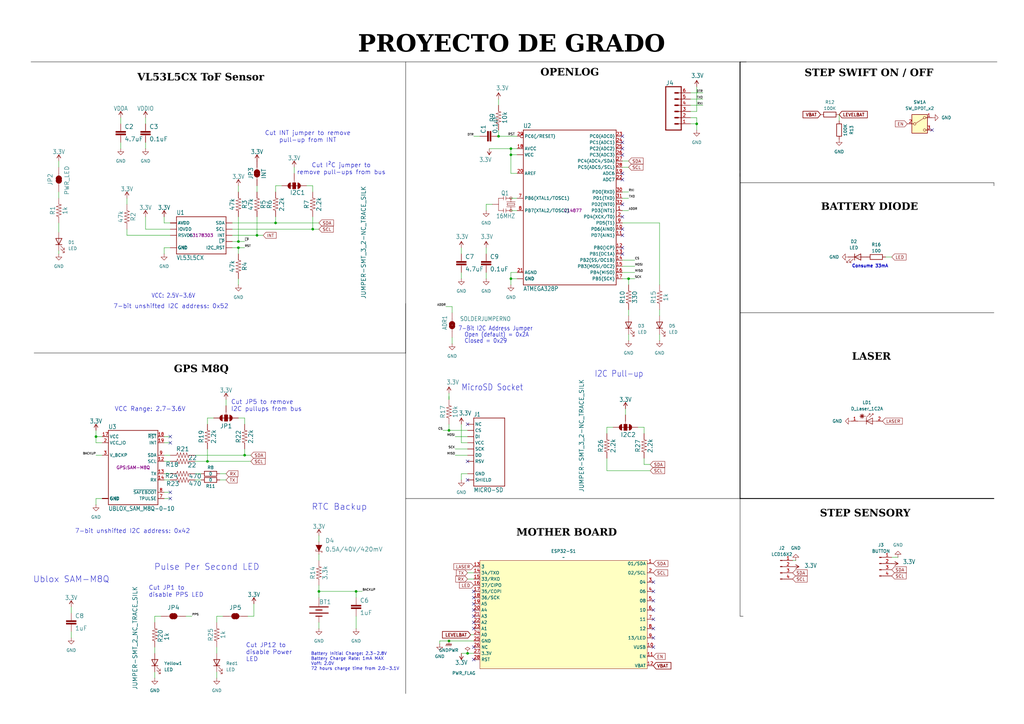
<source format=kicad_sch>
(kicad_sch (version 20231120) (generator "eeschema") (generator_version "8.0")
  (paper "A3")
  (junction (at 209.55 60.96))
  (junction (at 191.77 267.97))
  (junction (at 113.03 91.44))
  (junction (at 105.41 96.52))
  (junction (at 39.37 179.07))
  (junction (at 209.55 63.5))
  (junction (at 85.09 189.23))
  (junction (at 184.15 176.53))
  (junction (at 128.27 93.98))
  (junction (at 257.81 114.3))
  (junction (at 130.81 242.57))
  (junction (at 209.55 114.3))
  (junction (at 285.75 50.8))
  (junction (at 184.15 262.89))
  (junction (at 97.79 99.06))
  (junction (at 100.33 186.69))
  (junction (at 97.79 101.6))
  (junction (at 204.47 55.88))
  (junction (at 146.05 242.57))
  (no_connect (at 191.77 189.23))
  (no_connect (at 255.27 88.9))
  (no_connect (at 69.85 181.61))
  (no_connect (at 194.31 245.11))
  (no_connect (at 191.77 173.99))
  (no_connect (at 255.27 96.52))
  (no_connect (at 382.27 53.34))
  (no_connect (at 194.31 250.19))
  (no_connect (at 267.97 261.62))
  (no_connect (at 255.27 104.14))
  (no_connect (at 267.97 242.57))
  (no_connect (at 267.97 254))
  (no_connect (at 267.97 265.43))
  (no_connect (at 194.31 255.27))
  (no_connect (at 255.27 55.88))
  (no_connect (at 267.97 238.76))
  (no_connect (at 194.31 247.65))
  (no_connect (at 255.27 73.66))
  (no_connect (at 194.31 265.43))
  (no_connect (at 255.27 83.82))
  (no_connect (at 255.27 71.12))
  (no_connect (at 255.27 93.98))
  (no_connect (at 255.27 60.96))
  (no_connect (at 194.31 270.51))
  (no_connect (at 69.85 204.47))
  (no_connect (at 194.31 242.57))
  (no_connect (at 69.85 179.07))
  (no_connect (at 255.27 101.6))
  (no_connect (at 267.97 250.19))
  (no_connect (at 191.77 196.85))
  (no_connect (at 194.31 257.81))
  (no_connect (at 255.27 63.5))
  (no_connect (at 69.85 201.93))
  (no_connect (at 267.97 246.38))
  (no_connect (at 255.27 58.42))
  (no_connect (at 194.31 252.73))
  (no_connect (at 267.97 257.81))
  (wire (pts (xy 283.21 48.26) (xy 285.75 48.26)) (stroke (width 0.1524)))
  (polyline (pts (xy 303.53 252.73) (xy 304.8 252.73)) (stroke (width 0) (type solid) (color 0 0 0 1)))
  (wire (pts (xy 128.27 78.74) (xy 128.27 76.2)) (stroke (width 0.1524)))
  (wire (pts (xy 212.09 114.3) (xy 209.55 114.3)) (stroke (width 0.1524)))
  (polyline (pts (xy 12.7 25.4) (xy 408.94 25.4)) (stroke (width 0) (type solid) (color 0 0 0 1)))
  (wire (pts (xy 191.77 267.97) (xy 194.31 267.97)))
  (wire (pts (xy 41.91 181.61) (xy 39.37 181.61)) (stroke (width 0.1524)))
  (wire (pts (xy 69.85 186.69) (xy 67.31 186.69)) (stroke (width 0.1524)))
  (wire (pts (xy 24.13 66.04) (xy 24.13 68.58)) (stroke (width 0.1524)))
  (wire (pts (xy 49.53 48.26) (xy 49.53 50.8)) (stroke (width 0.1524)))
  (wire (pts (xy 59.69 58.42) (xy 59.69 60.96)))
  (wire (pts (xy 283.21 43.18) (xy 288.29 43.18)) (stroke (width 0.1524)))
  (wire (pts (xy 97.79 99.06) (xy 100.33 99.06)) (stroke (width 0.1524)))
  (wire (pts (xy 95.25 96.52) (xy 105.41 96.52)) (stroke (width 0.1524)))
  (polyline (pts (xy 303.53 25.4) (xy 303.53 204.47)) (stroke (width 0) (type solid) (color 0 0 0 1)))
  (wire (pts (xy 29.21 261.62) (xy 29.21 259.08)) (stroke (width 0.1524)))
  (wire (pts (xy 24.13 78.74) (xy 24.13 81.28)) (stroke (width 0.1524)))
  (wire (pts (xy 270.51 137.16) (xy 270.51 139.7)) (stroke (width 0.1524)))
  (polyline (pts (xy 303.53 204.47) (xy 407.67 204.47)) (stroke (width 0) (type solid) (color 0 0 0 1)))
  (wire (pts (xy 208.28 55.88) (xy 204.47 55.88)) (stroke (width 0.1524)))
  (polyline (pts (xy 303.53 204.47) (xy 303.53 252.73)) (stroke (width 0) (type solid) (color 0 0 0 1)))
  (wire (pts (xy 67.31 196.85) (xy 69.85 196.85)) (stroke (width 0.1524)))
  (wire (pts (xy 255.27 81.28) (xy 257.81 81.28)) (stroke (width 0.1524)))
  (wire (pts (xy 191.77 186.69) (xy 186.69 186.69)) (stroke (width 0.1524)))
  (wire (pts (xy 52.07 81.28) (xy 52.07 83.82)) (stroke (width 0.1524)))
  (wire (pts (xy 191.77 181.61) (xy 189.23 181.61)) (stroke (width 0.1524)))
  (wire (pts (xy 67.31 194.31) (xy 69.85 194.31)) (stroke (width 0.1524)))
  (wire (pts (xy 204.47 40.64) (xy 204.47 43.18)) (stroke (width 0.1524)))
  (wire (pts (xy 69.85 96.52) (xy 52.07 96.52)) (stroke (width 0.1524)))
  (wire (pts (xy 264.16 190.5) (xy 264.16 187.96)) (stroke (width 0.1524)))
  (wire (pts (xy 212.09 111.76) (xy 209.55 111.76)) (stroke (width 0.1524)))
  (wire (pts (xy 200.66 60.96) (xy 209.55 60.96)) (stroke (width 0.1524)))
  (wire (pts (xy 130.81 255.27) (xy 130.81 257.81)) (stroke (width 0.1524)))
  (wire (pts (xy 130.81 242.57) (xy 130.81 245.11)) (stroke (width 0.1524)))
  (polyline (pts (xy 166.37 144.78) (xy 166.37 284.48)) (stroke (width 0) (type solid) (color 0 0 0 1)))
  (wire (pts (xy 257.81 114.3) (xy 260.35 114.3)) (stroke (width 0.1524)))
  (wire (pts (xy 95.25 91.44) (xy 113.03 91.44)) (stroke (width 0.1524)))
  (wire (pts (xy 105.41 96.52) (xy 107.95 96.52)) (stroke (width 0.1524)))
  (wire (pts (xy 212.09 71.12) (xy 209.55 71.12)) (stroke (width 0.1524)))
  (wire (pts (xy 285.75 45.72) (xy 285.75 35.56)) (stroke (width 0.1524)))
  (wire (pts (xy 255.27 109.22) (xy 260.35 109.22)) (stroke (width 0.1524)))
  (wire (pts (xy 66.04 252.73) (xy 63.5 252.73)) (stroke (width 0.1524)))
  (wire (pts (xy 255.27 78.74) (xy 257.81 78.74)) (stroke (width 0.1524)))
  (wire (pts (xy 264.16 190.5) (xy 266.7 190.5)) (stroke (width 0.1524)))
  (wire (pts (xy 248.92 175.26) (xy 251.46 175.26)) (stroke (width 0.1524)))
  (wire (pts (xy 39.37 181.61) (xy 39.37 179.07)) (stroke (width 0.1524)))
  (wire (pts (xy 209.55 114.3) (xy 209.55 111.76)) (stroke (width 0.1524)))
  (wire (pts (xy 39.37 179.07) (xy 41.91 179.07)) (stroke (width 0.1524)))
  (wire (pts (xy 85.09 189.23) (xy 102.87 189.23)) (stroke (width 0.1524)))
  (wire (pts (xy 212.09 63.5) (xy 209.55 63.5)) (stroke (width 0.1524)))
  (wire (pts (xy 189.23 114.3) (xy 189.23 111.76)) (stroke (width 0.1524)))
  (wire (pts (xy 97.79 76.2) (xy 97.79 78.74)) (stroke (width 0.1524)))
  (wire (pts (xy 67.31 204.47) (xy 69.85 204.47)) (stroke (width 0.1524)))
  (wire (pts (xy 69.85 91.44) (xy 67.31 91.44)) (stroke (width 0.1524)))
  (wire (pts (xy 80.01 196.85) (xy 82.55 196.85)) (stroke (width 0.1524)))
  (wire (pts (xy 100.33 186.69) (xy 102.87 186.69)) (stroke (width 0.1524)))
  (wire (pts (xy 105.41 76.2) (xy 105.41 78.74)) (stroke (width 0.1524)))
  (wire (pts (xy 255.27 86.36) (xy 257.81 86.36)) (stroke (width 0.1524)))
  (wire (pts (xy 128.27 93.98) (xy 130.81 93.98)) (stroke (width 0.1524)))
  (polyline (pts (xy 303.53 204.47) (xy 407.67 204.47)) (stroke (width 0) (type solid) (color 0 0 0 1)))
  (wire (pts (xy 204.47 53.34) (xy 204.47 55.88)) (stroke (width 0.1524)))
  (wire (pts (xy 255.27 114.3) (xy 257.81 114.3)) (stroke (width 0.1524)))
  (wire (pts (xy 95.25 93.98) (xy 128.27 93.98)) (stroke (width 0.1524)))
  (wire (pts (xy 184.15 173.99) (xy 184.15 176.53)) (stroke (width 0.1524)))
  (wire (pts (xy 199.39 101.6) (xy 199.39 104.14)) (stroke (width 0.1524)))
  (wire (pts (xy 92.71 163.83) (xy 92.71 166.37)) (stroke (width 0.1524)))
  (wire (pts (xy 113.03 91.44) (xy 113.03 88.9)) (stroke (width 0.1524)))
  (wire (pts (xy 80.01 194.31) (xy 82.55 194.31)) (stroke (width 0.1524)))
  (wire (pts (xy 52.07 96.52) (xy 52.07 93.98)) (stroke (width 0.1524)))
  (wire (pts (xy 95.25 101.6) (xy 97.79 101.6)) (stroke (width 0.1524)))
  (wire (pts (xy 191.77 194.31) (xy 189.23 194.31)) (stroke (width 0.1524)))
  (wire (pts (xy 344.17 46.99) (xy 344.17 49.53)))
  (wire (pts (xy 130.81 240.03) (xy 130.81 242.57)) (stroke (width 0.1524)))
  (wire (pts (xy 209.55 71.12) (xy 209.55 63.5)) (stroke (width 0.1524)))
  (wire (pts (xy 113.03 91.44) (xy 130.81 91.44)) (stroke (width 0.1524)))
  (wire (pts (xy 76.2 252.73) (xy 78.74 252.73)) (stroke (width 0.1524)))
  (wire (pts (xy 41.91 204.47) (xy 39.37 204.47)) (stroke (width 0.1524)))
  (wire (pts (xy 185.42 140.97) (xy 185.42 138.43)) (stroke (width 0.1524)))
  (wire (pts (xy 184.15 176.53) (xy 181.61 176.53)) (stroke (width 0.1524)))
  (wire (pts (xy 208.28 55.88) (xy 212.09 55.88)))
  (wire (pts (xy 67.31 179.07) (xy 69.85 179.07)) (stroke (width 0.1524)))
  (wire (pts (xy 59.69 93.98) (xy 59.69 88.9)) (stroke (width 0.1524)))
  (wire (pts (xy 41.91 186.69) (xy 39.37 186.69)) (stroke (width 0.1524)))
  (wire (pts (xy 255.27 66.04) (xy 257.81 66.04)) (stroke (width 0.1524)))
  (wire (pts (xy 182.88 125.73) (xy 185.42 125.73)) (stroke (width 0.1524)))
  (wire (pts (xy 285.75 48.26) (xy 285.75 50.8)) (stroke (width 0.1524)))
  (wire (pts (xy 39.37 176.53) (xy 39.37 179.07)) (stroke (width 0.1524)))
  (wire (pts (xy 97.79 101.6) (xy 100.33 101.6)) (stroke (width 0.1524)))
  (wire (pts (xy 257.81 127) (xy 257.81 129.54)) (stroke (width 0.1524)))
  (polyline (pts (xy 303.53 128.27) (xy 407.67 128.27)) (stroke (width 0) (type solid) (color 0 0 0 1)))
  (wire (pts (xy 105.41 88.9) (xy 105.41 96.52)) (stroke (width 0.1524)))
  (wire (pts (xy 59.69 50.8) (xy 59.69 48.26)) (stroke (width 0.1524)))
  (wire (pts (xy 209.55 81.28) (xy 212.09 81.28)) (stroke (width 0.1524)))
  (wire (pts (xy 113.03 78.74) (xy 113.03 76.2)) (stroke (width 0.1524)))
  (wire (pts (xy 80.01 186.69) (xy 100.33 186.69)) (stroke (width 0.1524)))
  (polyline (pts (xy 303.53 25.4) (xy 303.53 204.47)) (stroke (width 0) (type solid) (color 0 0 0 1)))
  (wire (pts (xy 49.53 60.96) (xy 49.53 58.42)) (stroke (width 0.1524)))
  (wire (pts (xy 104.14 252.73) (xy 104.14 247.65)) (stroke (width 0.1524)))
  (wire (pts (xy 88.9 267.97) (xy 88.9 265.43)) (stroke (width 0.1524)))
  (wire (pts (xy 85.09 184.15) (xy 85.09 189.23)) (stroke (width 0.1524)))
  (wire (pts (xy 63.5 265.43) (xy 63.5 267.97)))
  (wire (pts (xy 199.39 83.82) (xy 201.93 83.82)) (stroke (width 0.1524)))
  (wire (pts (xy 184.15 161.29) (xy 184.15 163.83)) (stroke (width 0.1524)))
  (wire (pts (xy 264.16 175.26) (xy 261.62 175.26)) (stroke (width 0.1524)))
  (wire (pts (xy 255.27 106.68) (xy 260.35 106.68)) (stroke (width 0.1524)))
  (wire (pts (xy 191.77 176.53) (xy 184.15 176.53)) (stroke (width 0.1524)))
  (wire (pts (xy 29.21 248.92) (xy 29.21 251.46)) (stroke (width 0.1524)))
  (wire (pts (xy 146.05 252.73) (xy 146.05 257.81)) (stroke (width 0.1524)))
  (wire (pts (xy 90.17 196.85) (xy 92.71 196.85)))
  (wire (pts (xy 283.21 50.8) (xy 285.75 50.8)) (stroke (width 0.1524)))
  (wire (pts (xy 97.79 88.9) (xy 97.79 99.06)) (stroke (width 0.1524)))
  (wire (pts (xy 120.65 68.58) (xy 120.65 71.12)) (stroke (width 0.1524)))
  (wire (pts (xy 189.23 267.97) (xy 191.77 267.97)))
  (wire (pts (xy 100.33 184.15) (xy 100.33 186.69)) (stroke (width 0.1524)))
  (wire (pts (xy 270.51 91.44) (xy 270.51 116.84)) (stroke (width 0.1524)))
  (wire (pts (xy 255.27 111.76) (xy 260.35 111.76)) (stroke (width 0.1524)))
  (wire (pts (xy 194.31 234.95) (xy 191.77 234.95)))
  (wire (pts (xy 184.15 163.83) (xy 184.15 162.56)))
  (wire (pts (xy 257.81 114.3) (xy 257.81 116.84)) (stroke (width 0.1524)))
  (wire (pts (xy 67.31 201.93) (xy 69.85 201.93)) (stroke (width 0.1524)))
  (wire (pts (xy 248.92 193.04) (xy 248.92 187.96)) (stroke (width 0.1524)))
  (polyline (pts (xy 303.53 74.93) (xy 407.67 74.93)) (stroke (width 0) (type solid) (color 0 0 0 1)))
  (wire (pts (xy 39.37 204.47) (xy 39.37 207.01)) (stroke (width 0.1524)))
  (wire (pts (xy 212.09 60.96) (xy 209.55 60.96)) (stroke (width 0.1524)))
  (wire (pts (xy 67.31 88.9) (xy 67.31 91.44)) (stroke (width 0.1524)))
  (wire (pts (xy 180.34 264.16) (xy 180.34 262.89)))
  (wire (pts (xy 63.5 252.73) (xy 63.5 255.27)) (stroke (width 0.1524)))
  (wire (pts (xy 95.25 99.06) (xy 97.79 99.06)) (stroke (width 0.1524)))
  (wire (pts (xy 184.15 262.89) (xy 194.31 262.89)))
  (wire (pts (xy 196.85 55.88) (xy 194.31 55.88)) (stroke (width 0.1524)))
  (polyline (pts (xy 303.53 25.4) (xy 303.53 204.47)) (stroke (width 0) (type solid) (color 0 0 0 1)))
  (wire (pts (xy 257.81 139.7) (xy 257.81 137.16)) (stroke (width 0.1524)))
  (wire (pts (xy 283.21 45.72) (xy 285.75 45.72)) (stroke (width 0.1524)))
  (wire (pts (xy 368.3 228.6) (xy 365.76 228.6)))
  (wire (pts (xy 285.75 50.8) (xy 285.75 53.34)) (stroke (width 0.1524)))
  (polyline (pts (xy 303.53 204.47) (xy 407.67 204.47)) (stroke (width 0) (type solid) (color 0 0 0 1)))
  (wire (pts (xy 88.9 255.27) (xy 88.9 252.73)) (stroke (width 0.1524)))
  (wire (pts (xy 189.23 181.61) (xy 189.23 173.99)) (stroke (width 0.1524)))
  (wire (pts (xy 63.5 275.59) (xy 63.5 278.13)))
  (wire (pts (xy 128.27 93.98) (xy 128.27 88.9)) (stroke (width 0.1524)))
  (wire (pts (xy 193.04 260.35) (xy 194.31 260.35)))
  (wire (pts (xy 256.54 167.64) (xy 256.54 170.18)) (stroke (width 0.1524)))
  (wire (pts (xy 185.42 128.27) (xy 185.42 125.73)) (stroke (width 0.1524)))
  (wire (pts (xy 283.21 38.1) (xy 288.29 38.1)) (stroke (width 0.1524)))
  (wire (pts (xy 194.31 237.49) (xy 191.77 237.49)))
  (wire (pts (xy 146.05 242.57) (xy 146.05 245.11)) (stroke (width 0.1524)))
  (wire (pts (xy 199.39 86.36) (xy 199.39 83.82)) (stroke (width 0.1524)))
  (wire (pts (xy 264.16 177.8) (xy 264.16 175.26)) (stroke (width 0.1524)))
  (polyline (pts (xy 13.97 144.78) (xy 166.37 144.78)) (stroke (width 0) (type solid) (color 0 0 0 1)))
  (wire (pts (xy 270.51 129.54) (xy 270.51 127)) (stroke (width 0.1524)))
  (wire (pts (xy 130.81 219.71) (xy 130.81 222.25)) (stroke (width 0.1524)))
  (wire (pts (xy 146.05 242.57) (xy 148.59 242.57)) (stroke (width 0.1524)))
  (wire (pts (xy 90.17 194.31) (xy 92.71 194.31)))
  (wire (pts (xy 363.22 105.41) (xy 365.76 105.41)))
  (polyline (pts (xy 166.37 25.4) (xy 166.37 144.78)) (stroke (width 0) (type solid) (color 0 0 0 1)))
  (wire (pts (xy 146.05 242.57) (xy 130.81 242.57)) (stroke (width 0.1524)))
  (wire (pts (xy 100.33 173.99) (xy 100.33 171.45)) (stroke (width 0.1524)))
  (wire (pts (xy 255.27 68.58) (xy 257.81 68.58)) (stroke (width 0.1524)))
  (polyline (pts (xy 303.53 25.4) (xy 306.07 25.4)) (stroke (width 0) (type solid) (color 0 0 0 1)))
  (polyline (pts (xy 303.53 71.12) (xy 303.53 72.39)) (stroke (width 0) (type solid) (color 0 0 0 1)))
  (wire (pts (xy 128.27 76.2) (xy 125.73 76.2)) (stroke (width 0.1524)))
  (polyline (pts (xy 166.37 204.47) (xy 303.53 204.47)) (stroke (width 0) (type solid) (color 0 0 0 1)))
  (wire (pts (xy 283.21 40.64) (xy 288.29 40.64)) (stroke (width 0.1524)))
  (wire (pts (xy 191.77 184.15) (xy 186.69 184.15)) (stroke (width 0.1524)))
  (wire (pts (xy 248.92 177.8) (xy 248.92 175.26)) (stroke (width 0.1524)))
  (wire (pts (xy 130.81 227.33) (xy 130.81 229.87)) (stroke (width 0.1524)))
  (wire (pts (xy 24.13 104.14) (xy 24.13 102.87)) (stroke (width 0.1524)))
  (polyline (pts (xy 303.53 204.47) (xy 303.53 25.4)) (stroke (width 0) (type solid) (color 0 0 0 1)))
  (wire (pts (xy 199.39 114.3) (xy 199.39 111.76)) (stroke (width 0.1524)))
  (wire (pts (xy 88.9 252.73) (xy 91.44 252.73)) (stroke (width 0.1524)))
  (wire (pts (xy 209.55 114.3) (xy 209.55 116.84)) (stroke (width 0.1524)))
  (wire (pts (xy 191.77 179.07) (xy 186.69 179.07)) (stroke (width 0.1524)))
  (polyline (pts (xy 303.53 25.4) (xy 303.53 69.85)) (stroke (width 0) (type solid) (color 0 0 0 1)))
  (wire (pts (xy 180.34 262.89) (xy 184.15 262.89)))
  (wire (pts (xy 189.23 101.6) (xy 189.23 104.14)) (stroke (width 0.1524)))
  (wire (pts (xy 97.79 104.14) (xy 97.79 101.6)) (stroke (width 0.1524)))
  (wire (pts (xy 326.39 229.87) (xy 325.12 229.87)))
  (wire (pts (xy 80.01 189.23) (xy 85.09 189.23)) (stroke (width 0.1524)))
  (wire (pts (xy 69.85 101.6) (xy 67.31 101.6)) (stroke (width 0.1524)))
  (polyline (pts (xy 303.53 204.47) (xy 407.67 204.47)) (stroke (width 0) (type solid) (color 0 0 0 1)))
  (wire (pts (xy 69.85 93.98) (xy 59.69 93.98)) (stroke (width 0.1524)))
  (wire (pts (xy 24.13 95.25) (xy 24.13 91.44)) (stroke (width 0.1524)))
  (wire (pts (xy 209.55 63.5) (xy 209.55 60.96)) (stroke (width 0.1524)))
  (wire (pts (xy 209.55 86.36) (xy 212.09 86.36)) (stroke (width 0.1524)))
  (wire (pts (xy 100.33 171.45) (xy 97.79 171.45)) (stroke (width 0.1524)))
  (polyline (pts (xy 407.67 74.93) (xy 407.67 76.2)) (stroke (width 0) (type solid) (color 0 0 0 1)))
  (wire (pts (xy 113.03 76.2) (xy 115.57 76.2)) (stroke (width 0.1524)))
  (wire (pts (xy 248.92 193.04) (xy 266.7 193.04)) (stroke (width 0.1524)))
  (wire (pts (xy 88.9 278.13) (xy 88.9 275.59)) (stroke (width 0.1524)))
  (wire (pts (xy 67.31 181.61) (xy 69.85 181.61)) (stroke (width 0.1524)))
  (wire (pts (xy 85.09 173.99) (xy 85.09 171.45)) (stroke (width 0.1524)))
  (wire (pts (xy 67.31 101.6) (xy 67.31 104.14)) (stroke (width 0.1524)))
  (polyline (pts (xy 166.37 124.46) (xy 166.37 144.78)) (stroke (width 0) (type solid) (color 0 0 0 1)))
  (wire (pts (xy 189.23 194.31) (xy 189.23 196.85)) (stroke (width 0.1524)))
  (wire (pts (xy 69.85 189.23) (xy 67.31 189.23)) (stroke (width 0.1524)))
  (wire (pts (xy 101.6 252.73) (xy 104.14 252.73)) (stroke (width 0.1524)))
  (wire (pts (xy 97.79 116.84) (xy 97.79 114.3)) (stroke (width 0.1524)))
  (wire (pts (xy 255.27 91.44) (xy 270.51 91.44)) (stroke (width 0.1524)))
  (wire (pts (xy 85.09 171.45) (xy 87.63 171.45)) (stroke (width 0.1524)))
  (text "Cut JP12 to\ndisable Power\nLED" (at 100.838 271.526 0) (effects (font (size 1.778 1.778)) (justify left bottom)))
  (text "Cut JP5 to remove\nI2C pullups from bus" (at 94.742 168.91 0) (effects (font (size 1.778 1.778)) (justify left bottom)))
  (text "VCC Range: 2.7-3.6V" (at 46.99 168.91 0) (effects (font (size 1.778 1.778)) (justify left bottom)))
  (text "Pulse Per Second LED" (at 84.836 232.664 0) (effects (font (size 2.54 2.54))))
  (text "PROYECTO DE GRADO" (at 209.804 20.32 0) (effects (font (size 7 7) (thickness 1.4) (bold yes))))
  (text "BATTERY DIODE " (at 357.378 85.852 0) (effects (font (size 3 3) (thickness 1) (bold yes))))
  (text "Consume 33mA" (at 356.87 109.22 0) (effects (font (size 1.27 1.27) (bold yes))))
  (text "Cut I²C jumper to\nremove pull-ups from bus" (at 139.954 69.342 0) (effects (font (size 1.778 1.778))))
  (text "Cut INT jumper to remove\npull-up from INT" (at 126.238 56.134 0) (effects (font (size 1.778 1.778))))
  (text "RTC Backup" (at 139.192 208.026 0) (effects (font (size 2.54 2.54))))
  (text "VCC: 2.5V-3.6V" (at 71.12 121.412 0) (effects (font (size 1.778 1.5113))))
  (text "GPS M8Q" (at 82.55 152.4 0) (effects (font (size 3 3) (thickness 1) (bold yes))))
  (text "7-Bit I2C Address Jumper" (at 187.96 135.89 0) (effects (font (size 1.778 1.5113)) (justify left bottom)))
  (text "Cut JP1 to\ndisable PPS LED" (at 60.96 245.11 0) (effects (font (size 1.778 1.778)) (justify left bottom)))
  (text "Ublox SAM-M8Q" (at 29.21 237.744 0) (effects (font (size 2.54 2.54))))
  (text "7-bit unshifted I2C address: 0x52" (at 70.104 125.73 0) (effects (font (size 1.778 1.778))))
  (text "STEP SWIFT ON / OFF \n" (at 357.124 30.988 0) (effects (font (size 3 3) (thickness 1) (bold yes))))
  (text "MOTHER BOARD" (at 232.41 219.456 0) (effects (font (size 3 3) (thickness 1) (bold yes))))
  (text "Closed = 0x29" (at 190.5 140.97 0) (effects (font (size 1.778 1.5113)) (justify left bottom)))
  (text "STEP SENSORY" (at 354.838 211.582 0) (effects (font (size 3 3) (thickness 1) (bold yes))))
  (text "VL53L5CX ToF Sensor " (at 83.058 32.766 0) (effects (font (size 3 3) (thickness 1) (bold yes))))
  (text "I2C Pull-up" (at 243.84 154.94 0) (effects (font (size 2.54 2.159)) (justify left bottom)))
  (text "OPENLOG" (at 233.68 30.734 0) (effects (font (size 3 3) (thickness 1) (bold yes))))
  (text "LASER \n" (at 358.14 147.32 0) (effects (font (size 3 3) (thickness 1) (bold yes))))
  (text "Open (default) = 0x2A" (at 190.5 138.43 0) (effects (font (size 1.778 1.5113)) (justify left bottom)))
  (text "MicroSD Socket" (at 189.23 160.528 0) (effects (font (size 2.54 2.159)) (justify left bottom)))
  (text "Battery Initial Charge: 2.3-2.8V\nBattery Charge Rate: 1mA MAX\nVoff: 2.0V\n72 hours charge time from 2.0-3.1V" (at 127.508 275.082 0) (effects (font (size 1.27 1.27)) (justify left bottom)))
  (text "7-bit unshifted I2C address: 0x42" (at 54.356 217.932 0) (effects (font (size 1.778 1.778))))
  (label "BACKUP" (at 148.59 242.57 0) (effects (font (size 0.889 0.889))))
  (label "MOSI" (at 186.69 179.07 180) (effects (font (size 0.889 0.889))))
  (label "RXI" (at 288.29 43.18 180) (effects (font (size 0.889 0.889))))
  (label "CS" (at 260.35 106.68 0) (effects (font (size 0.889 0.889))))
  (label "TXO" (at 288.29 40.64 180) (effects (font (size 0.889 0.889))))
  (label "SCK" (at 186.69 184.15 180) (effects (font (size 0.889 0.889))))
  (label "SCK" (at 260.35 114.3 0) (effects (font (size 0.889 0.889))))
  (label "PPS" (at 78.74 252.73 0) (effects (font (size 0.889 0.889))))
  (label "RXI" (at 257.81 78.74 0) (effects (font (size 0.889 0.889))))
  (label "MOSI" (at 260.35 109.22 0) (effects (font (size 0.889 0.889))))
  (label "MISO" (at 260.35 111.76 0) (effects (font (size 0.889 0.889))))
  (label "DTR" (at 288.29 38.1 180) (effects (font (size 0.889 0.889))))
  (label "ADDR" (at 257.81 86.36 0) (effects (font (size 0.889 0.889))))
  (label "DTR" (at 194.31 55.88 180) (effects (font (size 0.889 0.889))))
  (label "CS" (at 181.61 176.53 180) (effects (font (size 0.889 0.889))))
  (label "BACKUP" (at 39.37 186.69 180) (effects (font (size 0.889 0.889))))
  (label "MISO" (at 186.69 186.69 180) (effects (font (size 0.889 0.889))))
  (label "RST" (at 100.33 101.6 0) (effects (font (size 0.889 0.889))))
  (label "RST" (at 208.28 55.88 0) (effects (font (size 1.016 1.016))))
  (label "TXO" (at 257.81 81.28 0) (effects (font (size 0.889 0.889))))
  (label "~{LP}" (at 100.33 99.06 0) (effects (font (size 0.889 0.889))))
  (label "ADDR" (at 182.88 125.73 180) (effects (font (size 0.889 0.889))))
  (global_label "LED" (shape input) (at 365.76 105.41 0) (property "Intersheetrefs" "${INTERSHEET_REFS}" (effects (hide yes))))
  (global_label "EN" (shape input) (at 372.11 50.8 180) (property "Intersheetrefs" "${INTERSHEET_REFS}" (effects (hide yes))))
  (global_label "VBAT" (shape input) (at 336.55 46.99 180) (effects (font (bold yes))) (property "Intersheetrefs" "${INTERSHEET_REFS}" (effects (hide yes))))
  (global_label "LASER" (shape input) (at 194.31 232.41 180) (property "Intersheetrefs" "${INTERSHEET_REFS}" (effects (hide yes))))
  (global_label "SDA" (shape input) (at 267.97 231.14 0) (property "Intersheetrefs" "${INTERSHEET_REFS}" (effects (hide yes))))
  (global_label "SDA" (shape input) (at 102.87 186.69 0) (property "Intersheetrefs" "${INTERSHEET_REFS}" (effects (hide yes))))
  (global_label "SDA" (shape input) (at 325.12 234.95 0) (property "Intersheetrefs" "${INTERSHEET_REFS}" (effects (hide yes))))
  (global_label "SCL" (shape input) (at 130.81 93.98 0) (property "Intersheetrefs" "${INTERSHEET_REFS}" (effects (hide yes))))
  (global_label "SCL" (shape input) (at 102.87 189.23 0) (property "Intersheetrefs" "${INTERSHEET_REFS}" (effects (hide yes))))
  (global_label "SDA" (shape input) (at 266.7 190.5 0) (property "Intersheetrefs" "${INTERSHEET_REFS}" (effects (hide yes))))
  (global_label "SCL" (shape input) (at 325.12 237.49 0) (property "Intersheetrefs" "${INTERSHEET_REFS}" (effects (hide yes))))
  (global_label "INT" (shape input) (at 107.95 96.52 0) (property "Intersheetrefs" "${INTERSHEET_REFS}" (effects (hide yes))))
  (global_label "SCL" (shape input) (at 267.97 234.95 0) (property "Intersheetrefs" "${INTERSHEET_REFS}" (effects (hide yes))))
  (global_label "RX" (shape input) (at 191.77 237.49 180) (property "Intersheetrefs" "${INTERSHEET_REFS}" (effects (hide yes))))
  (global_label "TX" (shape input) (at 92.71 196.85 0) (property "Intersheetrefs" "${INTERSHEET_REFS}" (effects (hide yes))))
  (global_label "SDA" (shape input) (at 257.81 66.04 0) (property "Intersheetrefs" "${INTERSHEET_REFS}" (effects (hide yes))))
  (global_label "SDA" (shape input) (at 365.76 233.68 0) (property "Intersheetrefs" "${INTERSHEET_REFS}" (effects (hide yes))))
  (global_label "TX" (shape input) (at 191.77 234.95 180) (property "Intersheetrefs" "${INTERSHEET_REFS}" (effects (hide yes))))
  (global_label "EN" (shape input) (at 267.97 269.24 0) (property "Intersheetrefs" "${INTERSHEET_REFS}" (effects (hide yes))))
  (global_label "VBAT" (shape input) (at 267.97 273.05 0) (effects (font (bold yes))) (property "Intersheetrefs" "${INTERSHEET_REFS}" (effects (hide yes))))
  (global_label "LED" (shape input) (at 194.31 240.03 180) (property "Intersheetrefs" "${INTERSHEET_REFS}" (effects (hide yes))))
  (global_label "SCL" (shape input) (at 365.76 236.22 0) (property "Intersheetrefs" "${INTERSHEET_REFS}" (effects (hide yes))))
  (global_label "SCL" (shape input) (at 257.81 68.58 0) (property "Intersheetrefs" "${INTERSHEET_REFS}" (effects (hide yes))))
  (global_label "SDA" (shape input) (at 130.81 91.44 0) (property "Intersheetrefs" "${INTERSHEET_REFS}" (effects (hide yes))))
  (global_label "LEVELBAT" (shape input) (at 193.04 260.35 180) (effects (font (bold yes))) (property "Intersheetrefs" "${INTERSHEET_REFS}" (effects (hide yes))))
  (global_label "LEVELBAT" (shape input) (at 344.17 46.99 0) (effects (font (bold yes))) (property "Intersheetrefs" "${INTERSHEET_REFS}" (effects (hide yes))))
  (global_label "SCL" (shape input) (at 266.7 193.04 0) (property "Intersheetrefs" "${INTERSHEET_REFS}" (effects (hide yes))))
  (global_label "RX" (shape input) (at 92.71 194.31 0) (property "Intersheetrefs" "${INTERSHEET_REFS}" (effects (hide yes))))
  (global_label "LASER" (shape input) (at 361.95 172.72 0) (property "Intersheetrefs" "${INTERSHEET_REFS}" (effects (hide yes))))
  (symbol (lib_id "Qwiic-OpenLog-eagle-import:JUMPER-SMT_2_NC_TRACE_SILK") (at 105.41 71.12 90) (unit 1)
    (property "Reference" "JP3" (at 103.886 73.66 0) (effects (font (size 1.778 1.778)) (justify left bottom)))
    (property "Value" "INT" (at 109.22 73.406 0) (effects (font (size 1.778 1.778)) (justify left bottom)))
    (property "Footprint" "Jumper:SMT-JUMPER_2_NC_TRACE_SILK" (effects (hide yes)))
  )
  (symbol (lib_id "SparkFun-Qwiic-RTC-Module-eagle-import:SparkFun_3.3V") (at 200.66 60.96 180) (unit 1)
    (property "Reference" "#P+04" (effects (hide yes)))
    (property "Value" "3.3V" (at 201.676 64.516 0) (effects (font (size 1.778 1.5113)) (justify left bottom)))
  )
  (symbol (lib_id "SparkFun_Ublox SAM-M8Q-eagle-import:3.3V") (at 29.21 248.92 0) (mirror y) (unit 1)
    (property "Reference" "#SUPPLY02" (effects (hide yes)))
    (property "Value" "3.3V" (at 29.21 246.126 0) (effects (font (size 1.778 1.5113)) (justify bottom)))
  )
  (symbol (lib_id "Qwiic-OpenLog-eagle-import:3.3V") (at 59.69 88.9 0) (unit 1)
    (property "Reference" "#SUPPLY06" (effects (hide yes)))
    (property "Value" "3.3V" (at 59.69 86.106 0) (effects (font (size 1.778 1.5113)) (justify bottom)))
  )
  (symbol (lib_id "power:GND") (at 344.17 57.15 0) (unit 1)
    (property "Reference" "#PWR01" (effects (hide yes)))
    (property "Value" "GND" (at 344.17 62.23 0))
    (property "Description" "Power symbol creates a global label with name \"GND\" , ground" (effects (hide yes)))
  )
  (symbol (lib_id "Qwiic-OpenLog-eagle-import:VL53L5CX") (at 82.55 96.52 0) (unit 1)
    (property "Reference" "U1" (at 72.39 88.138 0) (effects (font (size 1.778 1.5113)) (justify left bottom)))
    (property "Value" "VL53L5CX" (at 72.39 106.68 0) (effects (font (size 1.778 1.5113)) (justify left bottom)))
    (property "Footprint" "LASER:VL53L5CX" (effects (hide yes)))
    (property "LCSC" "C3178303" (at 82.55 96.52 0))
  )
  (symbol (lib_id "SparkFun-Qwiic-RTC-Module-eagle-import:SparkFun_3.3V") (at 189.23 173.99 0) (unit 1)
    (property "Reference" "#P+06" (effects (hide yes)))
    (property "Value" "3.3V" (at 188.214 170.434 0) (effects (font (size 1.778 1.5113)) (justify left bottom)))
  )
  (symbol (lib_id "Qwiic-OpenLog-eagle-import:2.2KOHM-0603-1/10W-1%") (at 204.47 48.26 90) (unit 1)
    (property "Reference" "R9" (at 202.946 48.26 0) (effects (font (size 1.778 1.778)) (justify bottom)))
    (property "Value" "10k" (at 205.994 48.26 0) (effects (font (size 1.778 1.778)) (justify top)))
    (property "Footprint" "Resistor_SMD:R_0603_1608Metric" (effects (hide yes)))
  )
  (symbol (lib_id "Qwiic-OpenLog-eagle-import:4.7UF-0603-6.3V-(10%)") (at 146.05 250.19 0) (unit 1)
    (property "Reference" "C6" (at 147.574 247.269 0) (effects (font (size 1.778 1.778)) (justify left bottom)))
    (property "Value" "1uF" (at 147.574 252.349 0) (effects (font (size 1.778 1.778)) (justify left bottom)))
    (property "Footprint" "Capacitor_SMD:C_0603_1608Metric" (effects (hide yes)))
  )
  (symbol (lib_id "SparkFun_Ublox SAM-M8Q-eagle-import:JUMPER-SMT_2_NC_TRACE_SILK") (at 71.12 252.73 0) (unit 1)
    (property "Reference" "JP4" (at 68.58 250.19 0) (effects (font (size 1.778 1.778)) (justify left bottom)))
    (property "Value" "JUMPER-SMT_2_NC_TRACE_SILK" (at 54.356 282.956 90) (effects (font (size 1.778 1.778)) (justify left top)))
    (property "Footprint" "Jumper:SMT-JUMPER_2_NC_TRACE_SILK" (effects (hide yes)))
  )
  (symbol (lib_id "Qwiic-OpenLog-eagle-import:47KOHM-0603-1/10W-1%") (at 74.93 189.23 0) (unit 1)
    (property "Reference" "R18" (at 70.612 191.516 0) (effects (font (size 1.778 1.778)) (justify bottom)))
    (property "Value" "22" (at 78.74 189.738 0) (effects (font (size 1.778 1.778)) (justify top)))
    (property "Footprint" "Resistor_SMD:R_0603_1608Metric" (effects (hide yes)))
  )
  (symbol (lib_id "SparkFun_Ublox SAM-M8Q-eagle-import:JUMPER-SMT_3_2-NC_TRACE_SILK") (at 92.71 171.45 270) (unit 1)
    (property "Reference" "JP1" (at 90.17 175.768 90) (effects (font (size 1.778 1.778)) (justify left bottom)))
    (property "Value" "JUMPER-SMT_3_2-NC_TRACE_SILK" (effects (hide yes)))
    (property "Footprint" "Jumper:SMT-JUMPER_3_2-NC_TRACE_SILK" (effects (hide yes)))
  )
  (symbol (lib_id "power:GND") (at 347.98 105.41 270) (unit 1)
    (property "Reference" "#PWR028" (effects (hide yes)))
    (property "Value" "GND" (at 344.17 105.4099 90) (effects (justify right)))
    (property "Description" "Power symbol creates a global label with name \"GND\" , ground" (effects (hide yes)))
  )
  (symbol (lib_id "power:GNDPWR") (at 184.15 262.89 0) (unit 1)
    (property "Reference" "#PWR025" (effects (hide yes)))
    (property "Value" "GNDPWR" (at 184.023 266.7 0))
    (property "Description" "Power symbol creates a global label with name \"GNDPWR\" , global ground" (effects (hide yes)))
  )
  (symbol (lib_id "power:GND") (at 326.39 229.87 180) (unit 1)
    (property "Reference" "#PWR015" (effects (hide yes)))
    (property "Value" "GND" (at 326.39 224.79 0))
    (property "Description" "Power symbol creates a global label with name \"GND\" , ground" (effects (hide yes)))
  )
  (symbol (lib_id "Qwiic-OpenLog-eagle-import:3.3V") (at 67.31 88.9 0) (unit 1)
    (property "Reference" "#SUPPLY05" (effects (hide yes)))
    (property "Value" "3.3V" (at 67.31 86.106 0) (effects (font (size 1.778 1.5113)) (justify bottom)))
  )
  (symbol (lib_id "Device:LED") (at 24.13 99.06 90) (unit 1)
    (property "Reference" "D1" (at 27.94 99.3774 90) (effects (justify right)))
    (property "Value" "LED" (at 27.94 101.9174 90) (effects (justify right)))
    (property "Footprint" "LED_SMD:LED_1206_3216Metric" (effects (hide yes)))
    (property "Description" "Light emitting diode" (effects (hide yes)))
  )
  (symbol (lib_id "Device:R") (at 86.36 196.85 90) (unit 1)
    (property "Reference" "R11" (at 86.36 199.39 90))
    (property "Value" "0" (at 86.36 196.85 90))
    (property "Footprint" "digikey-footprints:1206" (effects (hide yes)))
    (property "Description" "Resistor" (effects (hide yes)))
  )
  (symbol (lib_id "power:GND") (at 67.31 104.14 0) (unit 1)
    (property "Reference" "#PWR09" (effects (hide yes)))
    (property "Value" "GND" (at 67.31 109.22 0))
    (property "Description" "Power symbol creates a global label with name \"GND\" , ground" (effects (hide yes)))
  )
  (symbol (lib_id "Qwiic-OpenLog-eagle-import:2.2KOHM-0603-1/10W-1%") (at 113.03 83.82 90) (unit 1)
    (property "Reference" "R6" (at 111.506 83.82 0) (effects (font (size 1.778 1.778)) (justify bottom)))
    (property "Value" "2.2k" (at 114.554 83.82 0) (effects (font (size 1.778 1.778)) (justify top)))
    (property "Footprint" "Resistor_SMD:R_0603_1608Metric" (effects (hide yes)))
  )
  (symbol (lib_id "Qwiic-OpenLog-eagle-import:JUMPER-SMT_3_2-NC_TRACE_SILK") (at 120.65 76.2 270) (unit 1)
    (property "Reference" "I2C1" (at 118.872 80.01 90) (effects (font (size 1.778 1.778)) (justify left bottom)))
    (property "Value" "JUMPER-SMT_3_2-NC_TRACE_SILK" (at 150.114 76.2 0) (effects (font (size 1.778 1.778)) (justify left top)))
    (property "Footprint" "Jumper:SMT-JUMPER_3_2-NC_TRACE_SILK" (effects (hide yes)))
  )
  (symbol (lib_id "Qwiic-OpenLog-eagle-import:0.1UF-0603-25V-(+80/-20%)") (at 59.69 55.88 0) (unit 1)
    (property "Reference" "C3" (at 61.214 52.959 0) (effects (font (size 1.778 1.778)) (justify left bottom)))
    (property "Value" "0.1uF" (at 61.214 58.039 0) (effects (font (size 1.778 1.778)) (justify left bottom)))
    (property "Footprint" "Capacitor_SMD:C_0603_1608Metric" (effects (hide yes)))
  )
  (symbol (lib_id "power:GND") (at 97.79 116.84 0) (unit 1)
    (property "Reference" "#PWR08" (effects (hide yes)))
    (property "Value" "GND" (at 97.79 121.92 0))
    (property "Description" "Power symbol creates a global label with name \"GND\" , ground" (effects (hide yes)))
  )
  (symbol (lib_id "Qwiic-OpenLog-eagle-import:47KOHM-0603-1/10W-1%") (at 97.79 109.22 270) (unit 1)
    (property "Reference" "R4" (at 99.314 109.22 0) (effects (font (size 1.778 1.778)) (justify bottom)))
    (property "Value" "47k" (at 96.266 109.22 0) (effects (font (size 1.778 1.778)) (justify top)))
    (property "Footprint" "Resistor_SMD:R_0603_1608Metric" (effects (hide yes)))
  )
  (symbol (lib_id "SparkFun_Ublox SAM-M8Q-eagle-import:1KOHM-0603-1/10W-1%") (at 63.5 260.35 90) (unit 1)
    (property "Reference" "R20" (at 66.802 260.858 0) (effects (font (size 1.778 1.778)) (justify bottom)))
    (property "Value" "1k" (at 69.342 261.112 0) (effects (font (size 1.778 1.778)) (justify bottom)))
    (property "Footprint" "Resistor_SMD:R_0603_1608Metric" (effects (hide yes)))
  )
  (symbol (lib_id "Qwiic-OpenLog-eagle-import:4.7UF-0603-6.3V-(10%)") (at 199.39 109.22 0) (unit 1)
    (property "Reference" "C9" (at 200.914 106.299 0) (effects (font (size 1.778 1.778)) (justify left bottom)))
    (property "Value" "0.1uF" (at 200.914 111.379 0) (effects (font (size 1.778 1.778)) (justify left bottom)))
    (property "Footprint" "Capacitor_SMD:C_0603_1608Metric" (effects (hide yes)))
  )
  (symbol (lib_id "Qwiic-OpenLog-eagle-import:2.2KOHM-0603-1/10W-1%") (at 85.09 179.07 90) (unit 1)
    (property "Reference" "R19" (at 83.566 179.07 0) (effects (font (size 1.778 1.778)) (justify bottom)))
    (property "Value" "2.2k" (at 86.614 179.07 0) (effects (font (size 1.778 1.778)) (justify top)))
    (property "Footprint" "Resistor_SMD:R_0603_1608Metric" (effects (hide yes)))
  )
  (symbol (lib_id "Qwiic-OpenLog-eagle-import:3.3V") (at 52.07 81.28 0) (unit 1)
    (property "Reference" "#SUPPLY07" (effects (hide yes)))
    (property "Value" "3.3V" (at 52.07 78.486 0) (effects (font (size 1.778 1.5113)) (justify bottom)))
  )
  (symbol (lib_id "Qwiic-OpenLog-eagle-import:2.2KOHM-0603-1/10W-1%") (at 130.81 234.95 90) (unit 1)
    (property "Reference" "R14" (at 129.286 234.95 0) (effects (font (size 1.778 1.778)) (justify bottom)))
    (property "Value" "3.3k" (at 132.334 234.95 0) (effects (font (size 1.778 1.778)) (justify top)))
    (property "Footprint" "Resistor_SMD:R_0603_1608Metric" (effects (hide yes)))
  )
  (symbol (lib_id "Device:LED") (at 270.51 133.35 90) (unit 1)
    (property "Reference" "D5" (at 274.32 133.6674 90) (effects (justify right)))
    (property "Value" "LED" (at 274.32 136.2074 90) (effects (justify right)))
    (property "Footprint" "LED_SMD:LED_1206_3216Metric" (effects (hide yes)))
    (property "Description" "Light emitting diode" (effects (hide yes)))
  )
  (symbol (lib_id "power:GND") (at 349.25 172.72 270) (unit 1)
    (property "Reference" "#PWR027" (effects (hide yes)))
    (property "Value" "GND" (at 345.44 172.7199 90) (effects (justify right)))
    (property "Description" "Power symbol creates a global label with name \"GND\" , ground" (effects (hide yes)))
  )
  (symbol (lib_id "power:GND") (at 285.75 53.34 0) (unit 1)
    (property "Reference" "#PWR03" (effects (hide yes)))
    (property "Value" "GND" (at 285.75 58.42 0))
    (property "Description" "Power symbol creates a global label with name \"GND\" , ground" (effects (hide yes)))
  )
  (symbol (lib_id "power:GND") (at 185.42 140.97 0) (unit 1)
    (property "Reference" "#PWR023" (effects (hide yes)))
    (property "Value" "GND" (at 185.42 146.05 0))
    (property "Description" "Power symbol creates a global label with name \"GND\" , ground" (effects (hide yes)))
  )
  (symbol (lib_id "SparkFun-Qwiic-RTC-Module-eagle-import:SparkFun-Connectors_CONN_06NO_SILK_NO_POP") (at 278.13 45.72 0) (unit 1)
    (property "Reference" "J4" (at 273.05 35.052 0) (effects (font (size 1.778 1.778)) (justify left bottom)))
    (property "Value" "CONN_06NO_SILK_NO_POP" (effects (hide yes)))
    (property "Footprint" "Connector_PinHeader_2.54mm:PinHeader_1x06_P2.54mm_Vertical" (effects (hide yes)))
  )
  (symbol (lib_id "SparkFun_Ublox SAM-M8Q-eagle-import:3.3V") (at 130.81 219.71 0) (unit 1)
    (property "Reference" "#SUPPLY014" (effects (hide yes)))
    (property "Value" "3.3V" (at 130.81 216.916 0) (effects (font (size 1.778 1.5113)) (justify bottom)))
  )
  (symbol (lib_id "Device:R") (at 86.36 194.31 90) (unit 1)
    (property "Reference" "R8" (at 86.36 191.77 90))
    (property "Value" "0" (at 86.36 194.31 90))
    (property "Footprint" "digikey-footprints:1206" (effects (hide yes)))
    (property "Description" "Resistor" (effects (hide yes)))
  )
  (symbol (lib_id "Qwiic-OpenLog-eagle-import:3.3V") (at 97.79 76.2 0) (unit 1)
    (property "Reference" "#SUPPLY09" (effects (hide yes)))
    (property "Value" "3.3V" (at 97.79 73.406 0) (effects (font (size 1.778 1.5113)) (justify bottom)))
  )
  (symbol (lib_id "Qwiic-OpenLog-eagle-import:3.3V") (at 24.13 66.04 0) (unit 1)
    (property "Reference" "#SUPPLY04" (effects (hide yes)))
    (property "Value" "3.3V" (at 24.13 63.246 0) (effects (font (size 1.778 1.5113)) (justify bottom)))
  )
  (symbol (lib_id "Connector:Conn_01x04_Pin") (at 320.04 232.41 0) (unit 1)
    (property "Reference" "J2" (at 320.675 224.79 0))
    (property "Value" "LCD16X2" (at 320.675 227.33 0))
    (property "Footprint" "Connector_JST:JST_PH_B4B-PH-K_1x04_P2.00mm_Vertical" (effects (hide yes)))
    (property "Description" "Generic connector, single row, 01x04, script generated" (effects (hide yes)))
  )
  (symbol (lib_id "power:PWR_FLAG") (at 191.77 267.97 0) (unit 1)
    (property "Reference" "#FLG01" (effects (hide yes)))
    (property "Value" "PWR_FLAG" (at 190.246 276.098 0))
    (property "Description" "Special symbol for telling ERC where power comes from" (effects (hide yes)))
  )
  (symbol (lib_id "power:GND") (at 29.21 261.62 0) (unit 1)
    (property "Reference" "#PWR012" (effects (hide yes)))
    (property "Value" "GND" (at 29.21 266.7 0))
    (property "Description" "Power symbol creates a global label with name \"GND\" , ground" (effects (hide yes)))
  )
  (symbol (lib_id "SparkFun_Ublox SAM-M8Q-eagle-import:DIODE-SCHOTTKY-PMEG4005EJ") (at 130.81 224.79 270) (unit 1)
    (property "Reference" "D4" (at 133.35 222.758 90) (effects (font (size 1.778 1.778)) (justify left bottom)))
    (property "Value" "0.5A/40V/420mV" (at 133.35 224.282 90) (effects (font (size 1.778 1.778)) (justify left top)))
    (property "Footprint" "Diode_SMD:D_SOD-323" (effects (hide yes)))
  )
  (symbol (lib_id "SparkFun_Ublox SAM-M8Q-eagle-import:JUMPER-SMT_2_NC_TRACE_SILK") (at 96.52 252.73 0) (unit 1)
    (property "Reference" "JP5" (at 93.98 250.19 0) (effects (font (size 1.778 1.778)) (justify left bottom)))
    (property "Value" "JUMPER-SMT_2_NC_TRACE_SILK" (effects (hide yes)))
    (property "Footprint" "Jumper:SMT-JUMPER_2_NC_TRACE_SILK" (effects (hide yes)))
  )
  (symbol (lib_id "Qwiic-OpenLog-eagle-import:4.7UF-0603-6.3V-(10%)") (at 29.21 256.54 0) (unit 1)
    (property "Reference" "C8" (at 30.734 253.619 0) (effects (font (size 1.778 1.778)) (justify left bottom)))
    (property "Value" "1uF" (at 30.734 258.699 0) (effects (font (size 1.778 1.778)) (justify left bottom)))
    (property "Footprint" "Capacitor_SMD:C_0603_1608Metric" (effects (hide yes)))
  )
  (symbol (lib_id "Qwiic-OpenLog-eagle-import:1KOHM-0603-1/10W-1%") (at 24.13 86.36 90) (unit 1)
    (property "Reference" "R1" (at 22.606 86.36 0) (effects (font (size 1.778 1.778)) (justify bottom)))
    (property "Value" "1k" (at 25.654 86.36 0) (effects (font (size 1.778 1.778)) (justify top)))
    (property "Footprint" "Resistor_SMD:R_0603_1608Metric" (effects (hide yes)))
  )
  (symbol (lib_id "SparkFun-Qwiic-RTC-Module-eagle-import:SparkFun_3.3V") (at 189.23 101.6 0) (unit 1)
    (property "Reference" "#P+01" (effects (hide yes)))
    (property "Value" "3.3V" (at 186.944 98.044 0) (effects (font (size 1.778 1.5113)) (justify left bottom)))
  )
  (symbol (lib_id "SparkFun_Ublox SAM-M8Q-eagle-import:3.3V") (at 325.12 232.41 270) (unit 1)
    (property "Reference" "#SUPPLY011" (effects (hide yes)))
    (property "Value" "3.3V" (at 332.486 232.918 90) (effects (font (size 1.778 1.5113)) (justify bottom)))
  )
  (symbol (lib_id "Qwiic-OpenLog-eagle-import:2.2KOHM-0603-1/10W-1%") (at 184.15 168.91 90) (unit 1)
    (property "Reference" "R17" (at 182.626 168.91 0) (effects (font (size 1.778 1.778)) (justify bottom)))
    (property "Value" "10k" (at 185.674 168.91 0) (effects (font (size 1.778 1.778)) (justify top)))
    (property "Footprint" "Resistor_SMD:R_0603_1608Metric" (effects (hide yes)))
  )
  (symbol (lib_id "Qwiic-OpenLog-eagle-import:47KOHM-0603-1/10W-1%") (at 52.07 88.9 270) (unit 1)
    (property "Reference" "R2" (at 53.594 88.9 0) (effects (font (size 1.778 1.778)) (justify bottom)))
    (property "Value" "47k" (at 50.546 88.9 0) (effects (font (size 1.778 1.778)) (justify top)))
    (property "Footprint" "Resistor_SMD:R_0603_1608Metric" (effects (hide yes)))
  )
  (symbol (lib_id "Qwiic-OpenLog-eagle-import:VDDIO") (at 59.69 48.26 0) (unit 1)
    (property "Reference" "#SUPPLY020" (effects (hide yes)))
    (property "Value" "VDDIO" (at 59.69 45.466 0) (effects (font (size 1.778 1.5113)) (justify bottom)))
  )
  (symbol (lib_id "SparkFun-Qwiic-RTC-Module-eagle-import:SparkFun_3.3V") (at 184.15 161.29 0) (unit 1)
    (property "Reference" "#P+05" (effects (hide yes)))
    (property "Value" "3.3V" (at 183.134 157.734 0) (effects (font (size 1.778 1.5113)) (justify left bottom)))
  )
  (symbol (lib_id "power:GND") (at 146.05 257.81 0) (unit 1)
    (property "Reference" "#PWR014" (effects (hide yes)))
    (property "Value" "GND" (at 146.05 262.89 0))
    (property "Description" "Power symbol creates a global label with name \"GND\" , ground" (effects (hide yes)))
  )
  (symbol (lib_id "SparkFun_Ublox SAM-M8Q-eagle-import:3.3V") (at 365.76 231.14 270) (unit 1)
    (property "Reference" "#SUPPLY012" (effects (hide yes)))
    (property "Value" "3.3V" (at 372.872 231.394 90) (effects (font (size 1.778 1.5113)) (justify bottom)))
  )
  (symbol (lib_id "esp32s2:ESP32-S2") (at 229.87 255.27 0) (unit 1)
    (property "Reference" "ESP32-S1" (at 231.14 226.06 0))
    (property "Value" "~" (at 231.14 228.6 0))
    (property "Footprint" "ESP32S2:ESP32-S2" (effects (hide yes)))
  )
  (symbol (lib_id "Device:LED") (at 257.81 133.35 90) (unit 1)
    (property "Reference" "D3" (at 261.62 133.6674 90) (effects (justify right)))
    (property "Value" "LED" (at 261.62 136.2074 90) (effects (justify right)))
    (property "Footprint" "LED_SMD:LED_1206_3216Metric" (effects (hide yes)))
    (property "Description" "Light emitting diode" (effects (hide yes)))
  )
  (symbol (lib_id "power:GND") (at 368.3 228.6 180) (unit 1)
    (property "Reference" "#PWR016" (effects (hide yes)))
    (property "Value" "GND" (at 368.3 223.52 0))
    (property "Description" "Power symbol creates a global label with name \"GND\" , ground" (effects (hide yes)))
  )
  (symbol (lib_id "SparkFun-Qwiic-RTC-Module-eagle-import:SparkFun-Jumpers_JUMPER-SMT_3_2-NC_TRACE_SILK") (at 256.54 175.26 270) (unit 1)
    (property "Reference" "I2C2" (at 254.508 179.324 90) (effects (font (size 1.778 1.778)) (justify left bottom)))
    (property "Value" "JUMPER-SMT_3_2-NC_TRACE_SILK" (at 239.522 155.448 0) (effects (font (size 1.778 1.778)) (justify left top)))
    (property "Footprint" "Jumper:SMT-JUMPER_3_2-NC_TRACE_SILK" (effects (hide yes)))
  )
  (symbol (lib_id "power:GND") (at 130.81 257.81 0) (unit 1)
    (property "Reference" "#PWR013" (effects (hide yes)))
    (property "Value" "GND" (at 130.81 262.89 0))
    (property "Description" "Power symbol creates a global label with name \"GND\" , ground" (effects (hide yes)))
  )
  (symbol (lib_id "power:GND") (at 189.23 196.85 0) (unit 1)
    (property "Reference" "#PWR024" (effects (hide yes)))
    (property "Value" "GND" (at 189.23 201.93 0))
    (property "Description" "Power symbol creates a global label with name \"GND\" , ground" (effects (hide yes)))
  )
  (symbol (lib_id "power:GND") (at 88.9 278.13 0) (unit 1)
    (property "Reference" "#PWR06" (effects (hide yes)))
    (property "Value" "GND" (at 88.9 283.21 0))
    (property "Description" "Power symbol creates a global label with name \"GND\" , ground" (effects (hide yes)))
  )
  (symbol (lib_id "power:GND") (at 382.27 48.26 90) (unit 1)
    (property "Reference" "#PWR04" (effects (hide yes)))
    (property "Value" "GND" (at 386.08 48.2599 90) (effects (justify right)))
    (property "Description" "Power symbol creates a global label with name \"GND\" , ground" (effects (hide yes)))
  )
  (symbol (lib_id "power:GND") (at 24.13 104.14 0) (unit 1)
    (property "Reference" "#PWR010" (effects (hide yes)))
    (property "Value" "GND" (at 24.13 109.22 0))
    (property "Description" "Power symbol creates a global label with name \"GND\" , ground" (effects (hide yes)))
  )
  (symbol (lib_id "power:GND") (at 209.55 116.84 0) (unit 1)
    (property "Reference" "#PWR02" (effects (hide yes)))
    (property "Value" "GND" (at 209.55 121.92 0))
    (property "Description" "Power symbol creates a global label with name \"GND\" , ground" (effects (hide yes)))
  )
  (symbol (lib_id "Device:LED") (at 351.79 105.41 0) (unit 1)
    (property "Reference" "D2" (at 350.2025 99.06 0))
    (property "Value" "LED" (at 350.2025 101.6 0))
    (property "Footprint" "LED_THT:LED_D3.0mm_Horizontal_O6.35mm_Z10.0mm" (effects (hide yes)))
    (property "Description" "Light emitting diode" (effects (hide yes)))
  )
  (symbol (lib_id "SparkFun_Ublox SAM-M8Q-eagle-import:3.3V") (at 92.71 163.83 0) (unit 1)
    (property "Reference" "#SUPPLY013" (effects (hide yes)))
    (property "Value" "3.3V" (at 92.71 161.036 0) (effects (font (size 1.778 1.5113)) (justify bottom)))
  )
  (symbol (lib_id "SparkFun-Qwiic-RTC-Module-eagle-import:SparkFun-Capacitors_0.1UF-0603-25V-(+80/-20%)") (at 199.39 55.88 270) (unit 1)
    (property "Reference" "C1" (at 199.263 54.864 0) (effects (font (size 1.778 1.778)) (justify right top)))
    (property "Value" "0.1uF" (at 204.089 54.864 0) (effects (font (size 1.778 1.778)) (justify right top)))
    (property "Footprint" "Capacitor_SMD:C_0603_1608Metric" (effects (hide yes)))
  )
  (symbol (lib_id "Qwiic-OpenLog-eagle-import:47KOHM-0603-1/10W-1%") (at 74.93 196.85 0) (unit 1)
    (property "Reference" "R23" (at 70.866 199.39 0) (effects (font (size 1.778 1.778)) (justify bottom)))
    (property "Value" "470" (at 80.01 197.358 0) (effects (font (size 1.778 1.778)) (justify top)))
    (property "Footprint" "Resistor_SMD:R_0603_1608Metric" (effects (hide yes)))
  )
  (symbol (lib_id "power:GND") (at 39.37 207.01 0) (unit 1)
    (property "Reference" "#PWR011" (effects (hide yes)))
    (property "Value" "GND" (at 39.37 212.09 0))
    (property "Description" "Power symbol creates a global label with name \"GND\" , ground" (effects (hide yes)))
  )
  (symbol (lib_id "Qwiic-OpenLog-eagle-import:4.7UF-0603-6.3V-(10%)") (at 49.53 55.88 0) (unit 1)
    (property "Reference" "C2" (at 51.054 52.959 0) (effects (font (size 1.778 1.778)) (justify left bottom)))
    (property "Value" "4.7uF" (at 51.054 58.039 0) (effects (font (size 1.778 1.778)) (justify left bottom)))
    (property "Footprint" "Capacitor_SMD:C_0603_1608Metric" (effects (hide yes)))
  )
  (symbol (lib_id "power:GND") (at 199.39 86.36 0) (unit 1)
    (property "Reference" "#PWR020" (effects (hide yes)))
    (property "Value" "GND" (at 199.39 91.44 0))
    (property "Description" "Power symbol creates a global label with name \"GND\" , ground" (effects (hide yes)))
  )
  (symbol (lib_id "power:GND") (at 49.53 60.96 0) (unit 1)
    (property "Reference" "#PWR07" (effects (hide yes)))
    (property "Value" "GND" (at 49.53 66.04 0))
    (property "Description" "Power symbol creates a global label with name \"GND\" , ground" (effects (hide yes)))
  )
  (symbol (lib_id "Device:R") (at 340.36 46.99 90) (unit 1)
    (property "Reference" "R12" (at 340.36 41.91 90))
    (property "Value" "100K" (at 340.36 44.45 90))
    (property "Footprint" "digikey-footprints:1206" (effects (hide yes)))
    (property "Description" "Resistor" (effects (hide yes)))
  )
  (symbol (lib_id "power:GND") (at 59.69 60.96 0) (unit 1)
    (property "Reference" "#PWR026" (effects (hide yes)))
    (property "Value" "GND" (at 59.69 66.04 0))
    (property "Description" "Power symbol creates a global label with name \"GND\" , ground" (effects (hide yes)))
  )
  (symbol (lib_id "Device:D_Laser_1C2A") (at 356.87 172.72 0) (unit 1)
    (property "Reference" "LD1" (at 355.6 165.1 0))
    (property "Value" "D_Laser_1C2A" (at 355.6 167.64 0))
    (property "Footprint" "OptoDevice:LaserDiode_TO18-D5.6-3" (effects (hide yes)))
    (property "Description" "Laser diode, cathode on pin 1, anode on pin 2" (effects (hide yes)))
  )
  (symbol (lib_id "SparkFun_Ublox SAM-M8Q-eagle-import:3.3V") (at 39.37 176.53 0) (mirror y) (unit 1)
    (property "Reference" "#SUPPLY03" (effects (hide yes)))
    (property "Value" "3.3V" (at 39.37 173.736 0) (effects (font (size 1.778 1.5113)) (justify bottom)))
  )
  (symbol (lib_id "SparkFun_Ublox SAM-M8Q-eagle-import:1KOHM-0603-1/10W-1%") (at 88.9 260.35 90) (unit 1)
    (property "Reference" "R25" (at 87.376 260.35 0) (effects (font (size 1.778 1.778)) (justify bottom)))
    (property "Value" "1k" (at 90.424 260.35 0) (effects (font (size 1.778 1.778)) (justify top)))
    (property "Footprint" "Resistor_SMD:R_0603_1608Metric" (effects (hide yes)))
  )
  (symbol (lib_id "Qwiic-OpenLog-eagle-import:4.7UF-0603-6.3V-(10%)") (at 189.23 109.22 0) (unit 1)
    (property "Reference" "C7" (at 190.754 106.299 0) (effects (font (size 1.778 1.778)) (justify left bottom)))
    (property "Value" "4.7uF" (at 190.754 111.379 0) (effects (font (size 1.778 1.778)) (justify left bottom)))
    (property "Footprint" "Capacitor_SMD:C_0603_1608Metric" (effects (hide yes)))
  )
  (symbol (lib_id "Device:LED") (at 63.5 271.78 90) (unit 1)
    (property "Reference" "Yellow1" (at 67.31 272.0974 90) (effects (justify right)))
    (property "Value" "LED" (at 67.31 274.6374 90) (effects (justify right)))
    (property "Footprint" "LED_SMD:LED_1206_3216Metric" (effects (hide yes)))
    (property "Description" "Light emitting diode" (effects (hide yes)))
  )
  (symbol (lib_id "SparkFun_Ublox SAM-M8Q-eagle-import:3.3V") (at 104.14 247.65 0) (unit 1)
    (property "Reference" "#SUPPLY017" (effects (hide yes)))
    (property "Value" "3.3V" (at 104.14 244.856 0) (effects (font (size 1.778 1.5113)) (justify bottom)))
  )
  (symbol (lib_id "Qwiic-OpenLog-eagle-import:2.2KOHM-0603-1/10W-1%") (at 100.33 179.07 90) (unit 1)
    (property "Reference" "R22" (at 98.806 179.07 0) (effects (font (size 1.778 1.778)) (justify bottom)))
    (property "Value" "2.2k" (at 101.854 179.07 0) (effects (font (size 1.778 1.778)) (justify top)))
    (property "Footprint" "Resistor_SMD:R_0603_1608Metric" (effects (hide yes)))
  )
  (symbol (lib_id "Qwiic-OpenLog-eagle-import:47KOHM-0603-1/10W-1%") (at 74.93 186.69 0) (unit 1)
    (property "Reference" "R21" (at 74.93 185.166 0) (effects (font (size 1.778 1.778)) (justify bottom)))
    (property "Value" "22" (at 78.994 186.69 0) (effects (font (size 1.778 1.778)) (justify top)))
    (property "Footprint" "Resistor_SMD:R_0603_1608Metric" (effects (hide yes)))
  )
  (symbol (lib_id "Qwiic-OpenLog-eagle-import:3.3V") (at 120.65 68.58 0) (unit 1)
    (property "Reference" "#SUPPLY010" (effects (hide yes)))
    (property "Value" "3.3V" (at 120.65 65.786 0) (effects (font (size 1.778 1.5113)) (justify bottom)))
  )
  (symbol (lib_id "power:GND") (at 199.39 114.3 0) (unit 1)
    (property "Reference" "#PWR018" (effects (hide yes)))
    (property "Value" "GND" (at 199.39 119.38 0))
    (property "Description" "Power symbol creates a global label with name \"GND\" , ground" (effects (hide yes)))
  )
  (symbol (lib_id "SparkFun-Qwiic-RTC-Module-eagle-import:SparkFun_SOLDERJUMPERNO") (at 185.42 133.35 90) (unit 1)
    (property "Reference" "ADR1" (at 183.388 135.382 0) (effects (font (size 1.778 1.5113)) (justify left bottom)))
    (property "Value" "SOLDERJUMPERNO" (at 209.55 129.794 90) (effects (font (size 1.778 1.5113)) (justify left bottom)))
    (property "Footprint" "Jumper:SJ_2S-NO" (effects (hide yes)))
  )
  (symbol (lib_id "SparkFun-Qwiic-RTC-Module-eagle-import:SparkFun-Resistors_2.2KOHM-0603-1/10W-1%") (at 248.92 182.88 90) (unit 1)
    (property "Reference" "R26" (at 247.396 182.88 0) (effects (font (size 1.778 1.778)) (justify bottom)))
    (property "Value" "2.2k" (at 250.444 182.88 0) (effects (font (size 1.778 1.778)) (justify top)))
    (property "Footprint" "Resistor_SMD:R_0603_1608Metric" (effects (hide yes)))
  )
  (symbol (lib_id "SparkFun-Qwiic-RTC-Module-eagle-import:SparkFun_3.3V") (at 199.39 101.6 0) (unit 1)
    (property "Reference" "#P+02" (effects (hide yes)))
    (property "Value" "3.3V" (at 197.104 98.044 0) (effects (font (size 1.778 1.5113)) (justify left bottom)))
  )
  (symbol (lib_id "Qwiic-OpenLog-eagle-import:47KOHM-0603-1/10W-1%") (at 105.41 83.82 270) (unit 1)
    (property "Reference" "R5" (at 106.934 83.82 0) (effects (font (size 1.778 1.778)) (justify bottom)))
    (property "Value" "47k" (at 103.886 83.82 0) (effects (font (size 1.778 1.778)) (justify top)))
    (property "Footprint" "Resistor_SMD:R_0603_1608Metric" (effects (hide yes)))
  )
  (symbol (lib_id "Device:LED") (at 88.9 271.78 90) (unit 1)
    (property "Reference" "Red1" (at 92.71 272.0974 90) (effects (justify right)))
    (property "Value" "LED" (at 92.71 274.6374 90) (effects (justify right)))
    (property "Footprint" "LED_SMD:LED_1206_3216Metric" (effects (hide yes)))
    (property "Description" "Light emitting diode" (effects (hide yes)))
  )
  (symbol (lib_id "SparkFun-Qwiic-RTC-Module-eagle-import:SparkFun-FreqCtrl_RESONATOR16MHZ") (at 209.55 83.82 270) (mirror x) (unit 1)
    (property "Reference" "Q1" (at 205.486 78.232 90) (effects (font (size 1.778 1.5113)) (justify left bottom)))
    (property "Value" "16MHZ" (at 203.454 87.63 90) (effects (font (size 1.778 1.5113)) (justify left bottom)))
    (property "Footprint" "RESONATOR:RESONATOR-SMD" (effects (hide yes)))
  )
  (symbol (lib_id "SparkFun_Ublox SAM-M8Q-eagle-import:UBLOX_SAM_M8Q-0-10") (at 54.61 191.77 0) (unit 1)
    (property "Reference" "U3" (at 44.45 176.022 0) (effects (font (size 1.778 1.5113)) (justify left bottom)))
    (property "Value" "UBLOX_SAM_M8Q-0-10" (at 44.45 209.55 0) (effects (font (size 1.778 1.5113)) (justify left bottom)))
    (property "Footprint" "GPS:SAM-M8Q" (at 54.61 191.77 0))
  )
  (symbol (lib_id "SparkFun-Qwiic-RTC-Module-eagle-import:SparkFun_3.3V") (at 204.47 40.64 0) (unit 1)
    (property "Reference" "#P+03" (effects (hide yes)))
    (property "Value" "3.3V" (at 203.454 37.084 0) (effects (font (size 1.778 1.5113)) (justify left bottom)))
  )
  (symbol (lib_id "power:GND") (at 270.51 139.7 0) (unit 1)
    (property "Reference" "#PWR022" (effects (hide yes)))
    (property "Value" "GND" (at 270.51 144.78 0))
    (property "Description" "Power symbol creates a global label with name \"GND\" , ground" (effects (hide yes)))
  )
  (symbol (lib_id "Qwiic-OpenLog-eagle-import:2.2KOHM-0603-1/10W-1%") (at 257.81 121.92 90) (unit 1)
    (property "Reference" "R10" (at 256.286 121.92 0) (effects (font (size 1.778 1.778)) (justify bottom)))
    (property "Value" "330" (at 259.334 121.92 0) (effects (font (size 1.778 1.778)) (justify top)))
    (property "Footprint" "Resistor_SMD:R_0603_1608Metric" (effects (hide yes)))
  )
  (symbol (lib_id "SparkFun_Ublox SAM-M8Q-eagle-import:ML414H_IV01E_BATTERY") (at 130.81 250.19 270) (unit 1)
    (property "Reference" "BT1" (at 133.35 247.904 90) (effects (font (size 1.778 1.778)) (justify bottom)))
    (property "Value" "6.8MM_COIN_CELL" (effects (hide yes)))
    (property "Footprint" "GPSBAT:ML414H_IV01E" (effects (hide yes)))
  )
  (symbol (lib_id "Qwiic-OpenLog-eagle-import:2.2KOHM-0603-1/10W-1%") (at 128.27 83.82 90) (unit 1)
    (property "Reference" "R7" (at 126.746 83.82 0) (effects (font (size 1.778 1.778)) (justify bottom)))
    (property "Value" "2.2k" (at 129.794 83.82 0) (effects (font (size 1.778 1.778)) (justify top)))
    (property "Footprint" "Resistor_SMD:R_0603_1608Metric" (effects (hide yes)))
  )
  (symbol (lib_id "power:GND") (at 63.5 278.13 0) (unit 1)
    (property "Reference" "#PWR05" (effects (hide yes)))
    (property "Value" "GND" (at 63.5 283.21 0))
    (property "Description" "Power symbol creates a global label with name \"GND\" , ground" (effects (hide yes)))
  )
  (symbol (lib_id "Connector:Conn_01x04_Pin") (at 360.68 231.14 0) (unit 1)
    (property "Reference" "J3" (at 361.315 223.52 0))
    (property "Value" "BUTTON" (at 361.315 226.06 0))
    (property "Footprint" "Connector_JST:JST_PH_B4B-PH-K_1x04_P2.00mm_Vertical" (effects (hide yes)))
    (property "Description" "Generic connector, single row, 01x04, script generated" (effects (hide yes)))
  )
  (symbol (lib_id "power:GND") (at 257.81 139.7 0) (unit 1)
    (property "Reference" "#PWR021" (effects (hide yes)))
    (property "Value" "GND" (at 257.81 144.78 0))
    (property "Description" "Power symbol creates a global label with name \"GND\" , ground" (effects (hide yes)))
  )
  (symbol (lib_id "power:GND") (at 189.23 114.3 0) (unit 1)
    (property "Reference" "#PWR019" (effects (hide yes)))
    (property "Value" "GND" (at 189.23 119.38 0))
    (property "Description" "Power symbol creates a global label with name \"GND\" , ground" (effects (hide yes)))
  )
  (symbol (lib_id "Qwiic-OpenLog-eagle-import:47KOHM-0603-1/10W-1%") (at 97.79 83.82 270) (unit 1)
    (property "Reference" "R3" (at 99.314 83.82 0) (effects (font (size 1.778 1.778)) (justify bottom)))
    (property "Value" "47k" (at 96.266 83.82 0) (effects (font (size 1.778 1.778)) (justify top)))
    (property "Footprint" "Resistor_SMD:R_0603_1608Metric" (effects (hide yes)))
  )
  (symbol (lib_id "SparkFun-Qwiic-RTC-Module-eagle-import:SparkFun-PowerSymbols_3.3V") (at 256.54 167.64 0) (unit 1)
    (property "Reference" "#SUPPLY018" (effects (hide yes)))
    (property "Value" "3.3V" (at 256.54 164.846 0) (effects (font (size 1.778 1.5113)) (justify bottom)))
  )
  (symbol (lib_id "Device:R") (at 359.41 105.41 90) (unit 1)
    (property "Reference" "R16" (at 359.41 100.33 90))
    (property "Value" "100" (at 359.41 102.87 90))
    (property "Footprint" "digikey-footprints:1206" (effects (hide yes)))
    (property "Description" "Resistor" (effects (hide yes)))
  )
  (symbol (lib_id "Qwiic-OpenLog-eagle-import:3.3V") (at 105.41 66.04 0) (unit 1)
    (property "Reference" "#SUPPLY08" (effects (hide yes)))
    (property "Value" "3.3V" (at 105.41 63.246 0) (effects (font (size 1.778 1.5113)) (justify bottom)))
  )
  (symbol (lib_id "Qwiic-OpenLog-eagle-import:2.2KOHM-0603-1/10W-1%") (at 270.51 121.92 90) (unit 1)
    (property "Reference" "R15" (at 268.986 121.92 0) (effects (font (size 1.778 1.778)) (justify bottom)))
    (property "Value" "1k" (at 272.034 121.92 0) (effects (font (size 1.778 1.778)) (justify top)))
    (property "Footprint" "Resistor_SMD:R_0603_1608Metric" (effects (hide yes)))
  )
  (symbol (lib_id "Qwiic-OpenLog-eagle-import:JUMPER-SMT_2_NC_TRACE_SILK") (at 24.13 73.66 90) (unit 1)
    (property "Reference" "JP2" (at 21.59 76.2 0) (effects (font (size 1.778 1.778)) (justify left bottom)))
    (property "Value" "PWR_LED" (at 26.416 80.01 0) (effects (font (size 1.778 1.778)) (justify left top)))
    (property "Footprint" "Jumper:SMT-JUMPER_2_NC_TRACE_SILK" (effects (hide yes)))
  )
  (symbol (lib_id "SparkFun_Ublox SAM-M8Q-eagle-import:3.3V") (at 189.23 267.97 180) (unit 1)
    (property "Reference" "#SUPPLY01" (effects (hide yes)))
    (property "Value" "3.3V" (at 189.23 270.764 0) (effects (font (size 1.778 1.5113)) (justify bottom)))
  )
  (symbol (lib_id "Device:R") (at 344.17 53.34 0) (unit 1)
    (property "Reference" "R13" (at 349.25 53.34 90))
    (property "Value" "100K" (at 346.71 53.34 90))
    (property "Footprint" "digikey-footprints:1206" (effects (hide yes)))
    (property "Description" "Resistor" (effects (hide yes)))
  )
  (symbol (lib_id "SparkFun-Qwiic-RTC-Module-eagle-import:SparkFun-Connectors_MICRO-SD_CARD_SOCKETPUSH-PUSH") (at 199.39 186.69 0) (unit 1)
    (property "Reference" "J1" (at 194.31 170.942 0) (effects (font (size 1.778 1.5113)) (justify left bottom)))
    (property "Value" "MICRO-SD" (at 194.31 201.93 0) (effects (font (size 1.778 1.5113)) (justify left bottom)))
    (property "Footprint" "MICRO SD:MICRO-SD-SOCKET" (effects (hide yes)))
  )
  (symbol (lib_id "SparkFun-Qwiic-RTC-Module-eagle-import:SparkFun-IC-Microcontroller_ATMEGA328P_TQFP") (at 234.95 86.36 0) (unit 1)
    (property "Reference" "U2" (at 214.63 52.578 0) (effects (font (size 1.778 1.5113)) (justify left bottom)))
    (property "Value" "ATMEGA328P" (at 214.63 119.38 0) (effects (font (size 1.778 1.5113)) (justify left bottom)))
    (property "Footprint" "digikey-footprints:TQFP-32_7x7mm" (effects (hide yes)))
    (property "LCSC" "C14877" (at 234.95 86.36 0))
  )
  (symbol (lib_id "power:GND") (at 180.34 264.16 0) (unit 1)
    (property "Reference" "#PWR017" (effects (hide yes)))
    (property "Value" "GND" (at 180.34 269.24 0))
    (property "Description" "Power symbol creates a global label with name \"GND\" , ground" (effects (hide yes)))
  )
  (symbol (lib_id "Qwiic-OpenLog-eagle-import:47KOHM-0603-1/10W-1%") (at 74.93 194.31 0) (unit 1)
    (property "Reference" "R24" (at 70.358 196.088 0) (effects (font (size 1.778 1.778)) (justify bottom)))
    (property "Value" "470" (at 80.01 194.31 0) (effects (font (size 1.778 1.778)) (justify top)))
    (property "Footprint" "Resistor_SMD:R_0603_1608Metric" (effects (hide yes)))
  )
  (symbol (lib_id "Qwiic-OpenLog-eagle-import:VDDA") (at 49.53 48.26 0) (unit 1)
    (property "Reference" "#SUPPLY019" (effects (hide yes)))
    (property "Value" "VDDA" (at 49.53 45.466 0) (effects (font (size 1.778 1.5113)) (justify bottom)))
  )
  (symbol (lib_id "Switch:SW_DPDT_x2") (at 377.19 50.8 0) (unit 1)
    (property "Reference" "SW1" (at 377.19 41.91 0))
    (property "Value" "SW_DPDT_x2" (at 377.19 44.45 0))
    (property "Footprint" "Connector_Molex:Molex_KK-254_AE-6410-02A_1x02_P2.54mm_Vertical" (effects (hide yes)))
    (property "Description" "Switch, dual pole double throw, separate symbols" (effects (hide yes)))
  )
  (symbol (lib_id "SparkFun-Qwiic-RTC-Module-eagle-import:SparkFun-Resistors_2.2KOHM-0603-1/10W-1%") (at 264.16 182.88 90) (unit 1)
    (property "Reference" "R27" (at 262.636 182.88 0) (effects (font (size 1.778 1.778)) (justify bottom)))
    (property "Value" "2.2k" (at 265.684 182.88 0) (effects (font (size 1.778 1.778)) (justify top)))
    (property "Footprint" "Resistor_SMD:R_0603_1608Metric" (effects (hide yes)))
  )
  (symbol (lib_id "SparkFun-Qwiic-RTC-Module-eagle-import:SparkFun_3.3V") (at 285.75 35.56 0) (unit 1)
    (property "Reference" "#P+07" (effects (hide yes)))
    (property "Value" "3.3V" (at 283.464 32.004 0) (effects (font (size 1.778 1.5113)) (justify left bottom)))
  )
)
</source>
